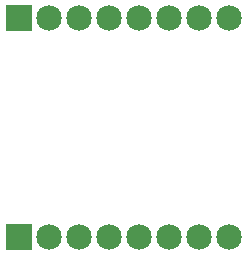
<source format=gts>
G04 (created by PCBNEW-RS274X (2011-aug-04)-testing) date Wed 27 Feb 2013 02:04:47 PM PST*
G01*
G70*
G90*
%MOIN*%
G04 Gerber Fmt 3.4, Leading zero omitted, Abs format*
%FSLAX34Y34*%
G04 APERTURE LIST*
%ADD10C,0.006000*%
%ADD11C,0.085000*%
%ADD12R,0.085000X0.085000*%
G04 APERTURE END LIST*
G54D10*
G54D11*
X25799Y-30498D03*
X24799Y-30498D03*
X23799Y-30498D03*
G54D12*
X22799Y-30498D03*
G54D11*
X26799Y-30498D03*
X27799Y-30498D03*
X28799Y-30498D03*
X29799Y-30498D03*
X25799Y-23200D03*
X24799Y-23200D03*
X23799Y-23200D03*
G54D12*
X22799Y-23200D03*
G54D11*
X26799Y-23200D03*
X27799Y-23200D03*
X28799Y-23200D03*
X29799Y-23200D03*
M02*

</source>
